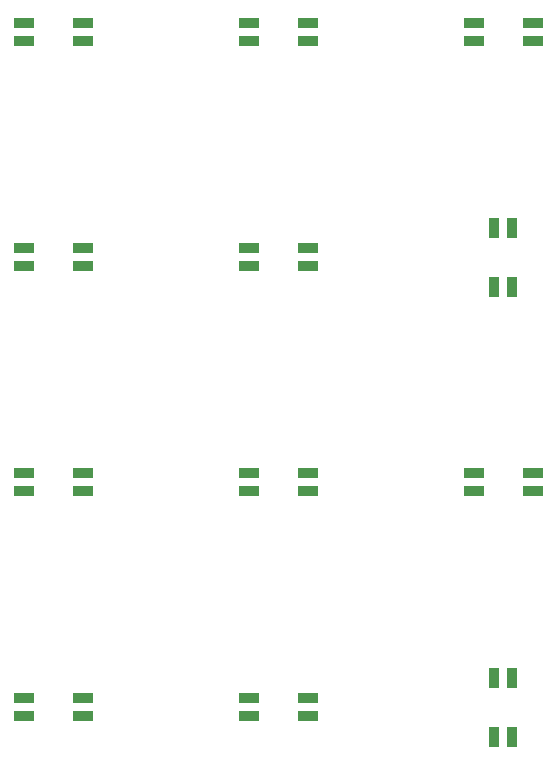
<source format=gbr>
%TF.GenerationSoftware,KiCad,Pcbnew,7.0.6*%
%TF.CreationDate,2024-02-22T13:24:58-05:00*%
%TF.ProjectId,20Key_macropad,32304b65-795f-46d6-9163-726f7061642e,rev?*%
%TF.SameCoordinates,Original*%
%TF.FileFunction,Paste,Top*%
%TF.FilePolarity,Positive*%
%FSLAX46Y46*%
G04 Gerber Fmt 4.6, Leading zero omitted, Abs format (unit mm)*
G04 Created by KiCad (PCBNEW 7.0.6) date 2024-02-22 13:24:58*
%MOMM*%
%LPD*%
G01*
G04 APERTURE LIST*
%ADD10R,1.803400X0.812800*%
%ADD11R,0.812800X1.803400*%
G04 APERTURE END LIST*
D10*
%TO.C,LED3*%
X160565000Y-78293000D03*
X160565000Y-79791600D03*
X155561200Y-79791600D03*
X155561200Y-78293000D03*
%TD*%
%TO.C,LED1*%
X122465000Y-78293000D03*
X122465000Y-79791600D03*
X117461200Y-79791600D03*
X117461200Y-78293000D03*
%TD*%
%TO.C,LED7*%
X122465000Y-116393000D03*
X122465000Y-117891600D03*
X117461200Y-117891600D03*
X117461200Y-116393000D03*
%TD*%
%TO.C,LED11*%
X141515000Y-135443000D03*
X141515000Y-136941600D03*
X136511200Y-136941600D03*
X136511200Y-135443000D03*
%TD*%
%TO.C,LED9*%
X160565000Y-116393000D03*
X160565000Y-117891600D03*
X155561200Y-117891600D03*
X155561200Y-116393000D03*
%TD*%
D11*
%TO.C,LED12*%
X158787000Y-138745000D03*
X157288400Y-138745000D03*
X157288400Y-133741200D03*
X158787000Y-133741200D03*
%TD*%
D10*
%TO.C,LED10*%
X122465000Y-135443000D03*
X122465000Y-136941600D03*
X117461200Y-136941600D03*
X117461200Y-135443000D03*
%TD*%
%TO.C,LED2*%
X141515000Y-78293000D03*
X141515000Y-79791600D03*
X136511200Y-79791600D03*
X136511200Y-78293000D03*
%TD*%
%TO.C,LED4*%
X122465000Y-97343000D03*
X122465000Y-98841600D03*
X117461200Y-98841600D03*
X117461200Y-97343000D03*
%TD*%
%TO.C,LED8*%
X141515000Y-116393000D03*
X141515000Y-117891600D03*
X136511200Y-117891600D03*
X136511200Y-116393000D03*
%TD*%
%TO.C,LED5*%
X141515000Y-97343000D03*
X141515000Y-98841600D03*
X136511200Y-98841600D03*
X136511200Y-97343000D03*
%TD*%
D11*
%TO.C,LED6*%
X158787000Y-100645000D03*
X157288400Y-100645000D03*
X157288400Y-95641200D03*
X158787000Y-95641200D03*
%TD*%
M02*

</source>
